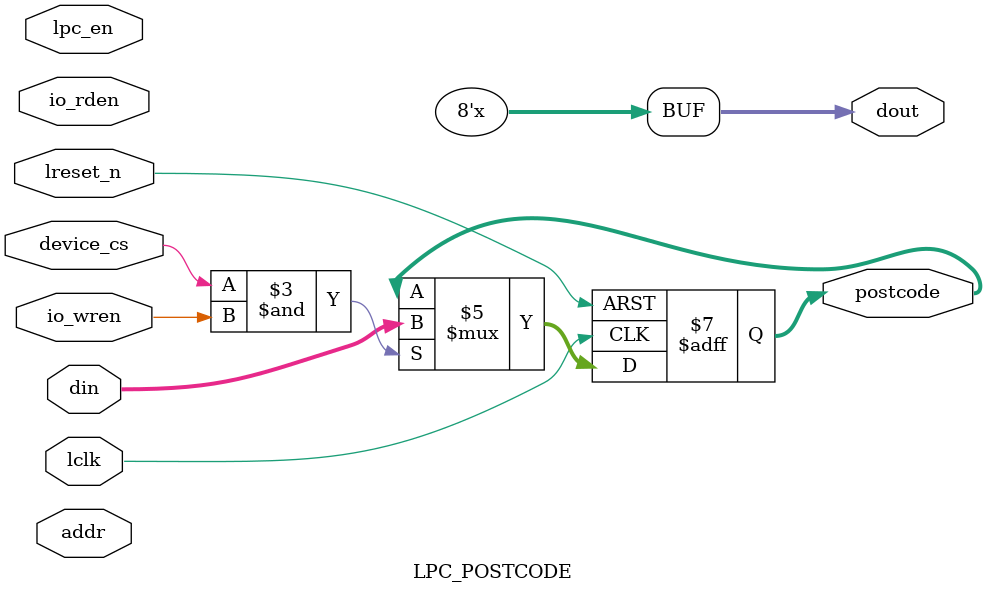
<source format=v>
module LPC_POSTCODE
(
  input lclk				, // Clock
  input lreset_n			, // Reset - Active Low (Same as PCI Reset)
  input lpc_en				, //
  input device_cs			,
  input [15:0] addr			, //
  input [7:0] din           ,
  output wire [7:0] dout     ,
  input io_rden				,
  input io_wren				,

  output reg [7:0] postcode

);

assign dout = 8'hzz;

//
always @ (posedge lclk or negedge lreset_n) begin
	$display("cs=%x, io_wren=%x, reset=%x, lpc_en=%x\n", device_cs, io_wren, lreset_n, lpc_en);
	if(!lreset_n)
		postcode <= 0;
	else if(device_cs & io_wren/* & lpc_en */) begin
		postcode <= din;
		$display("postcode=%x\n", postcode);
	end
	else
		postcode <= postcode;
end

endmodule

</source>
